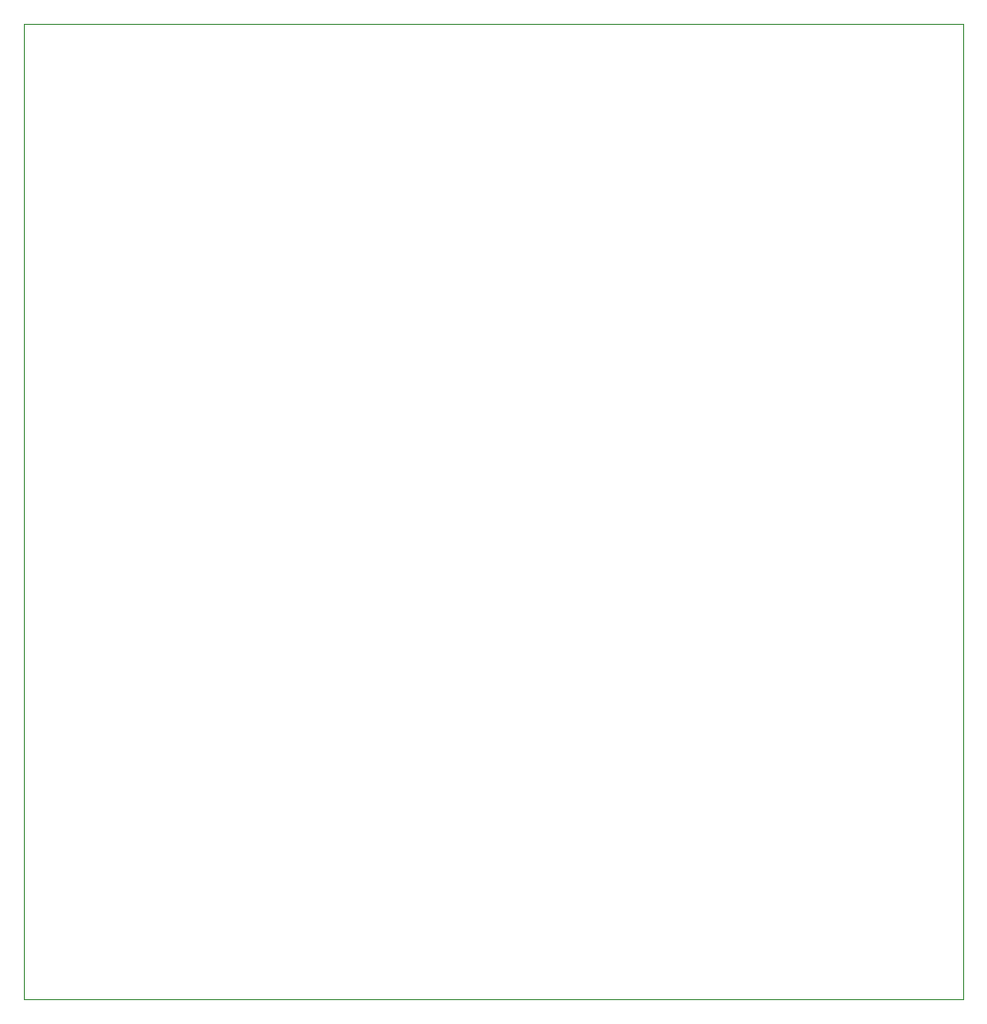
<source format=gm1>
G04 #@! TF.GenerationSoftware,KiCad,Pcbnew,5.1.12-84ad8e8a86~92~ubuntu20.04.1*
G04 #@! TF.CreationDate,2022-08-04T15:06:03-04:00*
G04 #@! TF.ProjectId,burgertime-cpu7,62757267-6572-4746-996d-652d63707537,v1.1*
G04 #@! TF.SameCoordinates,Original*
G04 #@! TF.FileFunction,Profile,NP*
%FSLAX46Y46*%
G04 Gerber Fmt 4.6, Leading zero omitted, Abs format (unit mm)*
G04 Created by KiCad (PCBNEW 5.1.12-84ad8e8a86~92~ubuntu20.04.1) date 2022-08-04 15:06:03*
%MOMM*%
%LPD*%
G01*
G04 APERTURE LIST*
G04 #@! TA.AperFunction,Profile*
%ADD10C,0.050000*%
G04 #@! TD*
G04 APERTURE END LIST*
D10*
X102616000Y-138430000D02*
X102616000Y-55372000D01*
X182626000Y-138430000D02*
X102616000Y-138430000D01*
X182626000Y-55372000D02*
X182626000Y-138430000D01*
X102616000Y-55372000D02*
X182626000Y-55372000D01*
M02*

</source>
